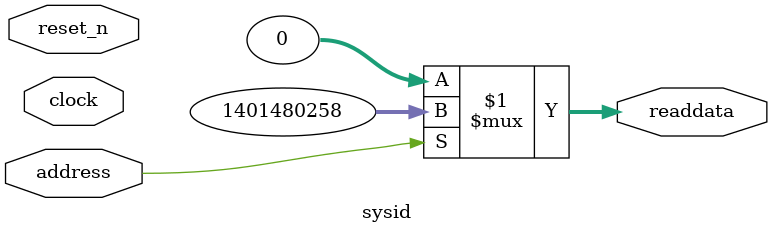
<source format=v>

`timescale 1ns / 1ps
// synthesis translate_on

// turn off superfluous verilog processor warnings 
// altera message_level Level1 
// altera message_off 10034 10035 10036 10037 10230 10240 10030 

module sysid (
               // inputs:
                address,
                clock,
                reset_n,

               // outputs:
                readdata
             )
;

  output  [ 31: 0] readdata;
  input            address;
  input            clock;
  input            reset_n;

  wire    [ 31: 0] readdata;
  //control_slave, which is an e_avalon_slave
  assign readdata = address ? 1401480258 : 0;

endmodule


</source>
